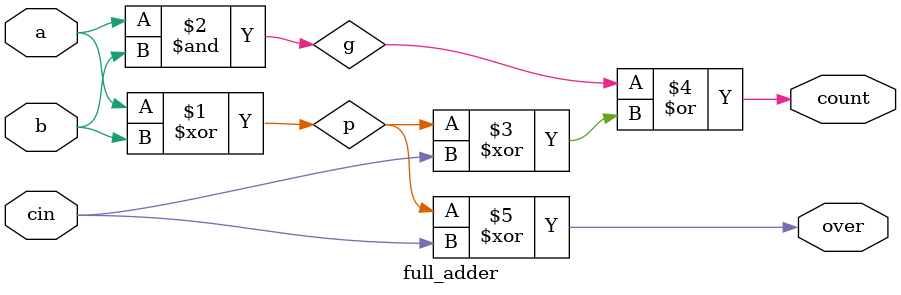
<source format=v>

module full_adder (
    input a,
    input b,
    input cin,
    output count,
    output over
);
    wire p,g;

    assign p = a ^ b; // propagate
    assign g = a & b; // generate
    assign count = g | (p ^ cin); // sum
    assign over = p ^ cin; // carry out
endmodule
</source>
